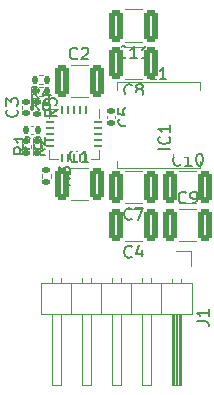
<source format=gto>
%TF.GenerationSoftware,KiCad,Pcbnew,7.0.1*%
%TF.CreationDate,2023-05-11T16:23:10+02:00*%
%TF.ProjectId,Generic_Buck_Converter,47656e65-7269-4635-9f42-75636b5f436f,rev?*%
%TF.SameCoordinates,Original*%
%TF.FileFunction,Legend,Top*%
%TF.FilePolarity,Positive*%
%FSLAX46Y46*%
G04 Gerber Fmt 4.6, Leading zero omitted, Abs format (unit mm)*
G04 Created by KiCad (PCBNEW 7.0.1) date 2023-05-11 16:23:10*
%MOMM*%
%LPD*%
G01*
G04 APERTURE LIST*
G04 Aperture macros list*
%AMRoundRect*
0 Rectangle with rounded corners*
0 $1 Rounding radius*
0 $2 $3 $4 $5 $6 $7 $8 $9 X,Y pos of 4 corners*
0 Add a 4 corners polygon primitive as box body*
4,1,4,$2,$3,$4,$5,$6,$7,$8,$9,$2,$3,0*
0 Add four circle primitives for the rounded corners*
1,1,$1+$1,$2,$3*
1,1,$1+$1,$4,$5*
1,1,$1+$1,$6,$7*
1,1,$1+$1,$8,$9*
0 Add four rect primitives between the rounded corners*
20,1,$1+$1,$2,$3,$4,$5,0*
20,1,$1+$1,$4,$5,$6,$7,0*
20,1,$1+$1,$6,$7,$8,$9,0*
20,1,$1+$1,$8,$9,$2,$3,0*%
G04 Aperture macros list end*
%ADD10C,0.150000*%
%ADD11C,0.120000*%
%ADD12RoundRect,0.135000X0.135000X0.185000X-0.135000X0.185000X-0.135000X-0.185000X0.135000X-0.185000X0*%
%ADD13RoundRect,0.250000X-0.325000X-1.100000X0.325000X-1.100000X0.325000X1.100000X-0.325000X1.100000X0*%
%ADD14RoundRect,0.250000X0.325000X1.100000X-0.325000X1.100000X-0.325000X-1.100000X0.325000X-1.100000X0*%
%ADD15R,1.430000X5.500000*%
%ADD16RoundRect,0.135000X-0.185000X0.135000X-0.185000X-0.135000X0.185000X-0.135000X0.185000X0.135000X0*%
%ADD17RoundRect,0.140000X0.170000X-0.140000X0.170000X0.140000X-0.170000X0.140000X-0.170000X-0.140000X0*%
%ADD18RoundRect,0.135000X0.185000X-0.135000X0.185000X0.135000X-0.185000X0.135000X-0.185000X-0.135000X0*%
%ADD19RoundRect,0.140000X-0.170000X0.140000X-0.170000X-0.140000X0.170000X-0.140000X0.170000X0.140000X0*%
%ADD20RoundRect,0.140000X0.140000X0.170000X-0.140000X0.170000X-0.140000X-0.170000X0.140000X-0.170000X0*%
%ADD21RoundRect,0.062500X-0.062500X0.300000X-0.062500X-0.300000X0.062500X-0.300000X0.062500X0.300000X0*%
%ADD22RoundRect,0.062500X-0.300000X0.062500X-0.300000X-0.062500X0.300000X-0.062500X0.300000X0.062500X0*%
%ADD23R,2.900000X2.900000*%
%ADD24R,1.700000X1.700000*%
%ADD25O,1.700000X1.700000*%
G04 APERTURE END LIST*
D10*
X102323333Y-108932619D02*
X101990000Y-108456428D01*
X101751905Y-108932619D02*
X101751905Y-107932619D01*
X101751905Y-107932619D02*
X102132857Y-107932619D01*
X102132857Y-107932619D02*
X102228095Y-107980238D01*
X102228095Y-107980238D02*
X102275714Y-108027857D01*
X102275714Y-108027857D02*
X102323333Y-108123095D01*
X102323333Y-108123095D02*
X102323333Y-108265952D01*
X102323333Y-108265952D02*
X102275714Y-108361190D01*
X102275714Y-108361190D02*
X102228095Y-108408809D01*
X102228095Y-108408809D02*
X102132857Y-108456428D01*
X102132857Y-108456428D02*
X101751905Y-108456428D01*
X103180476Y-108265952D02*
X103180476Y-108932619D01*
X102942381Y-107885000D02*
X102704286Y-108599285D01*
X102704286Y-108599285D02*
X103323333Y-108599285D01*
X114783333Y-117667380D02*
X114735714Y-117715000D01*
X114735714Y-117715000D02*
X114592857Y-117762619D01*
X114592857Y-117762619D02*
X114497619Y-117762619D01*
X114497619Y-117762619D02*
X114354762Y-117715000D01*
X114354762Y-117715000D02*
X114259524Y-117619761D01*
X114259524Y-117619761D02*
X114211905Y-117524523D01*
X114211905Y-117524523D02*
X114164286Y-117334047D01*
X114164286Y-117334047D02*
X114164286Y-117191190D01*
X114164286Y-117191190D02*
X114211905Y-117000714D01*
X114211905Y-117000714D02*
X114259524Y-116905476D01*
X114259524Y-116905476D02*
X114354762Y-116810238D01*
X114354762Y-116810238D02*
X114497619Y-116762619D01*
X114497619Y-116762619D02*
X114592857Y-116762619D01*
X114592857Y-116762619D02*
X114735714Y-116810238D01*
X114735714Y-116810238D02*
X114783333Y-116857857D01*
X115259524Y-117762619D02*
X115450000Y-117762619D01*
X115450000Y-117762619D02*
X115545238Y-117715000D01*
X115545238Y-117715000D02*
X115592857Y-117667380D01*
X115592857Y-117667380D02*
X115688095Y-117524523D01*
X115688095Y-117524523D02*
X115735714Y-117334047D01*
X115735714Y-117334047D02*
X115735714Y-116953095D01*
X115735714Y-116953095D02*
X115688095Y-116857857D01*
X115688095Y-116857857D02*
X115640476Y-116810238D01*
X115640476Y-116810238D02*
X115545238Y-116762619D01*
X115545238Y-116762619D02*
X115354762Y-116762619D01*
X115354762Y-116762619D02*
X115259524Y-116810238D01*
X115259524Y-116810238D02*
X115211905Y-116857857D01*
X115211905Y-116857857D02*
X115164286Y-116953095D01*
X115164286Y-116953095D02*
X115164286Y-117191190D01*
X115164286Y-117191190D02*
X115211905Y-117286428D01*
X115211905Y-117286428D02*
X115259524Y-117334047D01*
X115259524Y-117334047D02*
X115354762Y-117381666D01*
X115354762Y-117381666D02*
X115545238Y-117381666D01*
X115545238Y-117381666D02*
X115640476Y-117334047D01*
X115640476Y-117334047D02*
X115688095Y-117286428D01*
X115688095Y-117286428D02*
X115735714Y-117191190D01*
X110183333Y-122267380D02*
X110135714Y-122315000D01*
X110135714Y-122315000D02*
X109992857Y-122362619D01*
X109992857Y-122362619D02*
X109897619Y-122362619D01*
X109897619Y-122362619D02*
X109754762Y-122315000D01*
X109754762Y-122315000D02*
X109659524Y-122219761D01*
X109659524Y-122219761D02*
X109611905Y-122124523D01*
X109611905Y-122124523D02*
X109564286Y-121934047D01*
X109564286Y-121934047D02*
X109564286Y-121791190D01*
X109564286Y-121791190D02*
X109611905Y-121600714D01*
X109611905Y-121600714D02*
X109659524Y-121505476D01*
X109659524Y-121505476D02*
X109754762Y-121410238D01*
X109754762Y-121410238D02*
X109897619Y-121362619D01*
X109897619Y-121362619D02*
X109992857Y-121362619D01*
X109992857Y-121362619D02*
X110135714Y-121410238D01*
X110135714Y-121410238D02*
X110183333Y-121457857D01*
X111040476Y-121695952D02*
X111040476Y-122362619D01*
X110802381Y-121315000D02*
X110564286Y-122029285D01*
X110564286Y-122029285D02*
X111183333Y-122029285D01*
X102323333Y-109882619D02*
X101990000Y-109406428D01*
X101751905Y-109882619D02*
X101751905Y-108882619D01*
X101751905Y-108882619D02*
X102132857Y-108882619D01*
X102132857Y-108882619D02*
X102228095Y-108930238D01*
X102228095Y-108930238D02*
X102275714Y-108977857D01*
X102275714Y-108977857D02*
X102323333Y-109073095D01*
X102323333Y-109073095D02*
X102323333Y-109215952D01*
X102323333Y-109215952D02*
X102275714Y-109311190D01*
X102275714Y-109311190D02*
X102228095Y-109358809D01*
X102228095Y-109358809D02*
X102132857Y-109406428D01*
X102132857Y-109406428D02*
X101751905Y-109406428D01*
X103180476Y-108882619D02*
X102990000Y-108882619D01*
X102990000Y-108882619D02*
X102894762Y-108930238D01*
X102894762Y-108930238D02*
X102847143Y-108977857D01*
X102847143Y-108977857D02*
X102751905Y-109120714D01*
X102751905Y-109120714D02*
X102704286Y-109311190D01*
X102704286Y-109311190D02*
X102704286Y-109692142D01*
X102704286Y-109692142D02*
X102751905Y-109787380D01*
X102751905Y-109787380D02*
X102799524Y-109835000D01*
X102799524Y-109835000D02*
X102894762Y-109882619D01*
X102894762Y-109882619D02*
X103085238Y-109882619D01*
X103085238Y-109882619D02*
X103180476Y-109835000D01*
X103180476Y-109835000D02*
X103228095Y-109787380D01*
X103228095Y-109787380D02*
X103275714Y-109692142D01*
X103275714Y-109692142D02*
X103275714Y-109454047D01*
X103275714Y-109454047D02*
X103228095Y-109358809D01*
X103228095Y-109358809D02*
X103180476Y-109311190D01*
X103180476Y-109311190D02*
X103085238Y-109263571D01*
X103085238Y-109263571D02*
X102894762Y-109263571D01*
X102894762Y-109263571D02*
X102799524Y-109311190D01*
X102799524Y-109311190D02*
X102751905Y-109358809D01*
X102751905Y-109358809D02*
X102704286Y-109454047D01*
X110183333Y-108567380D02*
X110135714Y-108615000D01*
X110135714Y-108615000D02*
X109992857Y-108662619D01*
X109992857Y-108662619D02*
X109897619Y-108662619D01*
X109897619Y-108662619D02*
X109754762Y-108615000D01*
X109754762Y-108615000D02*
X109659524Y-108519761D01*
X109659524Y-108519761D02*
X109611905Y-108424523D01*
X109611905Y-108424523D02*
X109564286Y-108234047D01*
X109564286Y-108234047D02*
X109564286Y-108091190D01*
X109564286Y-108091190D02*
X109611905Y-107900714D01*
X109611905Y-107900714D02*
X109659524Y-107805476D01*
X109659524Y-107805476D02*
X109754762Y-107710238D01*
X109754762Y-107710238D02*
X109897619Y-107662619D01*
X109897619Y-107662619D02*
X109992857Y-107662619D01*
X109992857Y-107662619D02*
X110135714Y-107710238D01*
X110135714Y-107710238D02*
X110183333Y-107757857D01*
X110754762Y-108091190D02*
X110659524Y-108043571D01*
X110659524Y-108043571D02*
X110611905Y-107995952D01*
X110611905Y-107995952D02*
X110564286Y-107900714D01*
X110564286Y-107900714D02*
X110564286Y-107853095D01*
X110564286Y-107853095D02*
X110611905Y-107757857D01*
X110611905Y-107757857D02*
X110659524Y-107710238D01*
X110659524Y-107710238D02*
X110754762Y-107662619D01*
X110754762Y-107662619D02*
X110945238Y-107662619D01*
X110945238Y-107662619D02*
X111040476Y-107710238D01*
X111040476Y-107710238D02*
X111088095Y-107757857D01*
X111088095Y-107757857D02*
X111135714Y-107853095D01*
X111135714Y-107853095D02*
X111135714Y-107900714D01*
X111135714Y-107900714D02*
X111088095Y-107995952D01*
X111088095Y-107995952D02*
X111040476Y-108043571D01*
X111040476Y-108043571D02*
X110945238Y-108091190D01*
X110945238Y-108091190D02*
X110754762Y-108091190D01*
X110754762Y-108091190D02*
X110659524Y-108138809D01*
X110659524Y-108138809D02*
X110611905Y-108186428D01*
X110611905Y-108186428D02*
X110564286Y-108281666D01*
X110564286Y-108281666D02*
X110564286Y-108472142D01*
X110564286Y-108472142D02*
X110611905Y-108567380D01*
X110611905Y-108567380D02*
X110659524Y-108615000D01*
X110659524Y-108615000D02*
X110754762Y-108662619D01*
X110754762Y-108662619D02*
X110945238Y-108662619D01*
X110945238Y-108662619D02*
X111040476Y-108615000D01*
X111040476Y-108615000D02*
X111088095Y-108567380D01*
X111088095Y-108567380D02*
X111135714Y-108472142D01*
X111135714Y-108472142D02*
X111135714Y-108281666D01*
X111135714Y-108281666D02*
X111088095Y-108186428D01*
X111088095Y-108186428D02*
X111040476Y-108138809D01*
X111040476Y-108138809D02*
X110945238Y-108091190D01*
X112283333Y-107232619D02*
X111807143Y-107232619D01*
X111807143Y-107232619D02*
X111807143Y-106232619D01*
X113140476Y-107232619D02*
X112569048Y-107232619D01*
X112854762Y-107232619D02*
X112854762Y-106232619D01*
X112854762Y-106232619D02*
X112759524Y-106375476D01*
X112759524Y-106375476D02*
X112664286Y-106470714D01*
X112664286Y-106470714D02*
X112569048Y-106518333D01*
X103832619Y-109816666D02*
X103356428Y-110149999D01*
X103832619Y-110388094D02*
X102832619Y-110388094D01*
X102832619Y-110388094D02*
X102832619Y-110007142D01*
X102832619Y-110007142D02*
X102880238Y-109911904D01*
X102880238Y-109911904D02*
X102927857Y-109864285D01*
X102927857Y-109864285D02*
X103023095Y-109816666D01*
X103023095Y-109816666D02*
X103165952Y-109816666D01*
X103165952Y-109816666D02*
X103261190Y-109864285D01*
X103261190Y-109864285D02*
X103308809Y-109911904D01*
X103308809Y-109911904D02*
X103356428Y-110007142D01*
X103356428Y-110007142D02*
X103356428Y-110388094D01*
X102832619Y-108911904D02*
X102832619Y-109388094D01*
X102832619Y-109388094D02*
X103308809Y-109435713D01*
X103308809Y-109435713D02*
X103261190Y-109388094D01*
X103261190Y-109388094D02*
X103213571Y-109292856D01*
X103213571Y-109292856D02*
X103213571Y-109054761D01*
X103213571Y-109054761D02*
X103261190Y-108959523D01*
X103261190Y-108959523D02*
X103308809Y-108911904D01*
X103308809Y-108911904D02*
X103404047Y-108864285D01*
X103404047Y-108864285D02*
X103642142Y-108864285D01*
X103642142Y-108864285D02*
X103737380Y-108911904D01*
X103737380Y-108911904D02*
X103785000Y-108959523D01*
X103785000Y-108959523D02*
X103832619Y-109054761D01*
X103832619Y-109054761D02*
X103832619Y-109292856D01*
X103832619Y-109292856D02*
X103785000Y-109388094D01*
X103785000Y-109388094D02*
X103737380Y-109435713D01*
X114307142Y-114467380D02*
X114259523Y-114515000D01*
X114259523Y-114515000D02*
X114116666Y-114562619D01*
X114116666Y-114562619D02*
X114021428Y-114562619D01*
X114021428Y-114562619D02*
X113878571Y-114515000D01*
X113878571Y-114515000D02*
X113783333Y-114419761D01*
X113783333Y-114419761D02*
X113735714Y-114324523D01*
X113735714Y-114324523D02*
X113688095Y-114134047D01*
X113688095Y-114134047D02*
X113688095Y-113991190D01*
X113688095Y-113991190D02*
X113735714Y-113800714D01*
X113735714Y-113800714D02*
X113783333Y-113705476D01*
X113783333Y-113705476D02*
X113878571Y-113610238D01*
X113878571Y-113610238D02*
X114021428Y-113562619D01*
X114021428Y-113562619D02*
X114116666Y-113562619D01*
X114116666Y-113562619D02*
X114259523Y-113610238D01*
X114259523Y-113610238D02*
X114307142Y-113657857D01*
X115259523Y-114562619D02*
X114688095Y-114562619D01*
X114973809Y-114562619D02*
X114973809Y-113562619D01*
X114973809Y-113562619D02*
X114878571Y-113705476D01*
X114878571Y-113705476D02*
X114783333Y-113800714D01*
X114783333Y-113800714D02*
X114688095Y-113848333D01*
X115878571Y-113562619D02*
X115973809Y-113562619D01*
X115973809Y-113562619D02*
X116069047Y-113610238D01*
X116069047Y-113610238D02*
X116116666Y-113657857D01*
X116116666Y-113657857D02*
X116164285Y-113753095D01*
X116164285Y-113753095D02*
X116211904Y-113943571D01*
X116211904Y-113943571D02*
X116211904Y-114181666D01*
X116211904Y-114181666D02*
X116164285Y-114372142D01*
X116164285Y-114372142D02*
X116116666Y-114467380D01*
X116116666Y-114467380D02*
X116069047Y-114515000D01*
X116069047Y-114515000D02*
X115973809Y-114562619D01*
X115973809Y-114562619D02*
X115878571Y-114562619D01*
X115878571Y-114562619D02*
X115783333Y-114515000D01*
X115783333Y-114515000D02*
X115735714Y-114467380D01*
X115735714Y-114467380D02*
X115688095Y-114372142D01*
X115688095Y-114372142D02*
X115640476Y-114181666D01*
X115640476Y-114181666D02*
X115640476Y-113943571D01*
X115640476Y-113943571D02*
X115688095Y-113753095D01*
X115688095Y-113753095D02*
X115735714Y-113657857D01*
X115735714Y-113657857D02*
X115783333Y-113610238D01*
X115783333Y-113610238D02*
X115878571Y-113562619D01*
X105583333Y-114167380D02*
X105535714Y-114215000D01*
X105535714Y-114215000D02*
X105392857Y-114262619D01*
X105392857Y-114262619D02*
X105297619Y-114262619D01*
X105297619Y-114262619D02*
X105154762Y-114215000D01*
X105154762Y-114215000D02*
X105059524Y-114119761D01*
X105059524Y-114119761D02*
X105011905Y-114024523D01*
X105011905Y-114024523D02*
X104964286Y-113834047D01*
X104964286Y-113834047D02*
X104964286Y-113691190D01*
X104964286Y-113691190D02*
X105011905Y-113500714D01*
X105011905Y-113500714D02*
X105059524Y-113405476D01*
X105059524Y-113405476D02*
X105154762Y-113310238D01*
X105154762Y-113310238D02*
X105297619Y-113262619D01*
X105297619Y-113262619D02*
X105392857Y-113262619D01*
X105392857Y-113262619D02*
X105535714Y-113310238D01*
X105535714Y-113310238D02*
X105583333Y-113357857D01*
X106535714Y-114262619D02*
X105964286Y-114262619D01*
X106250000Y-114262619D02*
X106250000Y-113262619D01*
X106250000Y-113262619D02*
X106154762Y-113405476D01*
X106154762Y-113405476D02*
X106059524Y-113500714D01*
X106059524Y-113500714D02*
X105964286Y-113548333D01*
X100457380Y-109816666D02*
X100505000Y-109864285D01*
X100505000Y-109864285D02*
X100552619Y-110007142D01*
X100552619Y-110007142D02*
X100552619Y-110102380D01*
X100552619Y-110102380D02*
X100505000Y-110245237D01*
X100505000Y-110245237D02*
X100409761Y-110340475D01*
X100409761Y-110340475D02*
X100314523Y-110388094D01*
X100314523Y-110388094D02*
X100124047Y-110435713D01*
X100124047Y-110435713D02*
X99981190Y-110435713D01*
X99981190Y-110435713D02*
X99790714Y-110388094D01*
X99790714Y-110388094D02*
X99695476Y-110340475D01*
X99695476Y-110340475D02*
X99600238Y-110245237D01*
X99600238Y-110245237D02*
X99552619Y-110102380D01*
X99552619Y-110102380D02*
X99552619Y-110007142D01*
X99552619Y-110007142D02*
X99600238Y-109864285D01*
X99600238Y-109864285D02*
X99647857Y-109816666D01*
X99552619Y-109483332D02*
X99552619Y-108864285D01*
X99552619Y-108864285D02*
X99933571Y-109197618D01*
X99933571Y-109197618D02*
X99933571Y-109054761D01*
X99933571Y-109054761D02*
X99981190Y-108959523D01*
X99981190Y-108959523D02*
X100028809Y-108911904D01*
X100028809Y-108911904D02*
X100124047Y-108864285D01*
X100124047Y-108864285D02*
X100362142Y-108864285D01*
X100362142Y-108864285D02*
X100457380Y-108911904D01*
X100457380Y-108911904D02*
X100505000Y-108959523D01*
X100505000Y-108959523D02*
X100552619Y-109054761D01*
X100552619Y-109054761D02*
X100552619Y-109340475D01*
X100552619Y-109340475D02*
X100505000Y-109435713D01*
X100505000Y-109435713D02*
X100457380Y-109483332D01*
X105583333Y-105467380D02*
X105535714Y-105515000D01*
X105535714Y-105515000D02*
X105392857Y-105562619D01*
X105392857Y-105562619D02*
X105297619Y-105562619D01*
X105297619Y-105562619D02*
X105154762Y-105515000D01*
X105154762Y-105515000D02*
X105059524Y-105419761D01*
X105059524Y-105419761D02*
X105011905Y-105324523D01*
X105011905Y-105324523D02*
X104964286Y-105134047D01*
X104964286Y-105134047D02*
X104964286Y-104991190D01*
X104964286Y-104991190D02*
X105011905Y-104800714D01*
X105011905Y-104800714D02*
X105059524Y-104705476D01*
X105059524Y-104705476D02*
X105154762Y-104610238D01*
X105154762Y-104610238D02*
X105297619Y-104562619D01*
X105297619Y-104562619D02*
X105392857Y-104562619D01*
X105392857Y-104562619D02*
X105535714Y-104610238D01*
X105535714Y-104610238D02*
X105583333Y-104657857D01*
X105964286Y-104657857D02*
X106011905Y-104610238D01*
X106011905Y-104610238D02*
X106107143Y-104562619D01*
X106107143Y-104562619D02*
X106345238Y-104562619D01*
X106345238Y-104562619D02*
X106440476Y-104610238D01*
X106440476Y-104610238D02*
X106488095Y-104657857D01*
X106488095Y-104657857D02*
X106535714Y-104753095D01*
X106535714Y-104753095D02*
X106535714Y-104848333D01*
X106535714Y-104848333D02*
X106488095Y-104991190D01*
X106488095Y-104991190D02*
X105916667Y-105562619D01*
X105916667Y-105562619D02*
X106535714Y-105562619D01*
X101242619Y-113006666D02*
X100766428Y-113339999D01*
X101242619Y-113578094D02*
X100242619Y-113578094D01*
X100242619Y-113578094D02*
X100242619Y-113197142D01*
X100242619Y-113197142D02*
X100290238Y-113101904D01*
X100290238Y-113101904D02*
X100337857Y-113054285D01*
X100337857Y-113054285D02*
X100433095Y-113006666D01*
X100433095Y-113006666D02*
X100575952Y-113006666D01*
X100575952Y-113006666D02*
X100671190Y-113054285D01*
X100671190Y-113054285D02*
X100718809Y-113101904D01*
X100718809Y-113101904D02*
X100766428Y-113197142D01*
X100766428Y-113197142D02*
X100766428Y-113578094D01*
X101242619Y-112054285D02*
X101242619Y-112625713D01*
X101242619Y-112339999D02*
X100242619Y-112339999D01*
X100242619Y-112339999D02*
X100385476Y-112435237D01*
X100385476Y-112435237D02*
X100480714Y-112530475D01*
X100480714Y-112530475D02*
X100528333Y-112625713D01*
X109977380Y-110616666D02*
X110025000Y-110664285D01*
X110025000Y-110664285D02*
X110072619Y-110807142D01*
X110072619Y-110807142D02*
X110072619Y-110902380D01*
X110072619Y-110902380D02*
X110025000Y-111045237D01*
X110025000Y-111045237D02*
X109929761Y-111140475D01*
X109929761Y-111140475D02*
X109834523Y-111188094D01*
X109834523Y-111188094D02*
X109644047Y-111235713D01*
X109644047Y-111235713D02*
X109501190Y-111235713D01*
X109501190Y-111235713D02*
X109310714Y-111188094D01*
X109310714Y-111188094D02*
X109215476Y-111140475D01*
X109215476Y-111140475D02*
X109120238Y-111045237D01*
X109120238Y-111045237D02*
X109072619Y-110902380D01*
X109072619Y-110902380D02*
X109072619Y-110807142D01*
X109072619Y-110807142D02*
X109120238Y-110664285D01*
X109120238Y-110664285D02*
X109167857Y-110616666D01*
X109072619Y-109711904D02*
X109072619Y-110188094D01*
X109072619Y-110188094D02*
X109548809Y-110235713D01*
X109548809Y-110235713D02*
X109501190Y-110188094D01*
X109501190Y-110188094D02*
X109453571Y-110092856D01*
X109453571Y-110092856D02*
X109453571Y-109854761D01*
X109453571Y-109854761D02*
X109501190Y-109759523D01*
X109501190Y-109759523D02*
X109548809Y-109711904D01*
X109548809Y-109711904D02*
X109644047Y-109664285D01*
X109644047Y-109664285D02*
X109882142Y-109664285D01*
X109882142Y-109664285D02*
X109977380Y-109711904D01*
X109977380Y-109711904D02*
X110025000Y-109759523D01*
X110025000Y-109759523D02*
X110072619Y-109854761D01*
X110072619Y-109854761D02*
X110072619Y-110092856D01*
X110072619Y-110092856D02*
X110025000Y-110188094D01*
X110025000Y-110188094D02*
X109977380Y-110235713D01*
X101583333Y-113077380D02*
X101535714Y-113125000D01*
X101535714Y-113125000D02*
X101392857Y-113172619D01*
X101392857Y-113172619D02*
X101297619Y-113172619D01*
X101297619Y-113172619D02*
X101154762Y-113125000D01*
X101154762Y-113125000D02*
X101059524Y-113029761D01*
X101059524Y-113029761D02*
X101011905Y-112934523D01*
X101011905Y-112934523D02*
X100964286Y-112744047D01*
X100964286Y-112744047D02*
X100964286Y-112601190D01*
X100964286Y-112601190D02*
X101011905Y-112410714D01*
X101011905Y-112410714D02*
X101059524Y-112315476D01*
X101059524Y-112315476D02*
X101154762Y-112220238D01*
X101154762Y-112220238D02*
X101297619Y-112172619D01*
X101297619Y-112172619D02*
X101392857Y-112172619D01*
X101392857Y-112172619D02*
X101535714Y-112220238D01*
X101535714Y-112220238D02*
X101583333Y-112267857D01*
X102440476Y-112172619D02*
X102250000Y-112172619D01*
X102250000Y-112172619D02*
X102154762Y-112220238D01*
X102154762Y-112220238D02*
X102107143Y-112267857D01*
X102107143Y-112267857D02*
X102011905Y-112410714D01*
X102011905Y-112410714D02*
X101964286Y-112601190D01*
X101964286Y-112601190D02*
X101964286Y-112982142D01*
X101964286Y-112982142D02*
X102011905Y-113077380D01*
X102011905Y-113077380D02*
X102059524Y-113125000D01*
X102059524Y-113125000D02*
X102154762Y-113172619D01*
X102154762Y-113172619D02*
X102345238Y-113172619D01*
X102345238Y-113172619D02*
X102440476Y-113125000D01*
X102440476Y-113125000D02*
X102488095Y-113077380D01*
X102488095Y-113077380D02*
X102535714Y-112982142D01*
X102535714Y-112982142D02*
X102535714Y-112744047D01*
X102535714Y-112744047D02*
X102488095Y-112648809D01*
X102488095Y-112648809D02*
X102440476Y-112601190D01*
X102440476Y-112601190D02*
X102345238Y-112553571D01*
X102345238Y-112553571D02*
X102154762Y-112553571D01*
X102154762Y-112553571D02*
X102059524Y-112601190D01*
X102059524Y-112601190D02*
X102011905Y-112648809D01*
X102011905Y-112648809D02*
X101964286Y-112744047D01*
X110183333Y-119067380D02*
X110135714Y-119115000D01*
X110135714Y-119115000D02*
X109992857Y-119162619D01*
X109992857Y-119162619D02*
X109897619Y-119162619D01*
X109897619Y-119162619D02*
X109754762Y-119115000D01*
X109754762Y-119115000D02*
X109659524Y-119019761D01*
X109659524Y-119019761D02*
X109611905Y-118924523D01*
X109611905Y-118924523D02*
X109564286Y-118734047D01*
X109564286Y-118734047D02*
X109564286Y-118591190D01*
X109564286Y-118591190D02*
X109611905Y-118400714D01*
X109611905Y-118400714D02*
X109659524Y-118305476D01*
X109659524Y-118305476D02*
X109754762Y-118210238D01*
X109754762Y-118210238D02*
X109897619Y-118162619D01*
X109897619Y-118162619D02*
X109992857Y-118162619D01*
X109992857Y-118162619D02*
X110135714Y-118210238D01*
X110135714Y-118210238D02*
X110183333Y-118257857D01*
X110516667Y-118162619D02*
X111183333Y-118162619D01*
X111183333Y-118162619D02*
X110754762Y-119162619D01*
X105012619Y-115626666D02*
X104536428Y-115959999D01*
X105012619Y-116198094D02*
X104012619Y-116198094D01*
X104012619Y-116198094D02*
X104012619Y-115817142D01*
X104012619Y-115817142D02*
X104060238Y-115721904D01*
X104060238Y-115721904D02*
X104107857Y-115674285D01*
X104107857Y-115674285D02*
X104203095Y-115626666D01*
X104203095Y-115626666D02*
X104345952Y-115626666D01*
X104345952Y-115626666D02*
X104441190Y-115674285D01*
X104441190Y-115674285D02*
X104488809Y-115721904D01*
X104488809Y-115721904D02*
X104536428Y-115817142D01*
X104536428Y-115817142D02*
X104536428Y-116198094D01*
X104012619Y-115293332D02*
X104012619Y-114674285D01*
X104012619Y-114674285D02*
X104393571Y-115007618D01*
X104393571Y-115007618D02*
X104393571Y-114864761D01*
X104393571Y-114864761D02*
X104441190Y-114769523D01*
X104441190Y-114769523D02*
X104488809Y-114721904D01*
X104488809Y-114721904D02*
X104584047Y-114674285D01*
X104584047Y-114674285D02*
X104822142Y-114674285D01*
X104822142Y-114674285D02*
X104917380Y-114721904D01*
X104917380Y-114721904D02*
X104965000Y-114769523D01*
X104965000Y-114769523D02*
X105012619Y-114864761D01*
X105012619Y-114864761D02*
X105012619Y-115150475D01*
X105012619Y-115150475D02*
X104965000Y-115245713D01*
X104965000Y-115245713D02*
X104917380Y-115293332D01*
X113457619Y-113163689D02*
X112457619Y-113163689D01*
X113362380Y-112116071D02*
X113410000Y-112163690D01*
X113410000Y-112163690D02*
X113457619Y-112306547D01*
X113457619Y-112306547D02*
X113457619Y-112401785D01*
X113457619Y-112401785D02*
X113410000Y-112544642D01*
X113410000Y-112544642D02*
X113314761Y-112639880D01*
X113314761Y-112639880D02*
X113219523Y-112687499D01*
X113219523Y-112687499D02*
X113029047Y-112735118D01*
X113029047Y-112735118D02*
X112886190Y-112735118D01*
X112886190Y-112735118D02*
X112695714Y-112687499D01*
X112695714Y-112687499D02*
X112600476Y-112639880D01*
X112600476Y-112639880D02*
X112505238Y-112544642D01*
X112505238Y-112544642D02*
X112457619Y-112401785D01*
X112457619Y-112401785D02*
X112457619Y-112306547D01*
X112457619Y-112306547D02*
X112505238Y-112163690D01*
X112505238Y-112163690D02*
X112552857Y-112116071D01*
X113457619Y-111163690D02*
X113457619Y-111735118D01*
X113457619Y-111449404D02*
X112457619Y-111449404D01*
X112457619Y-111449404D02*
X112600476Y-111544642D01*
X112600476Y-111544642D02*
X112695714Y-111639880D01*
X112695714Y-111639880D02*
X112743333Y-111735118D01*
X115707619Y-127743333D02*
X116421904Y-127743333D01*
X116421904Y-127743333D02*
X116564761Y-127790952D01*
X116564761Y-127790952D02*
X116660000Y-127886190D01*
X116660000Y-127886190D02*
X116707619Y-128029047D01*
X116707619Y-128029047D02*
X116707619Y-128124285D01*
X116707619Y-126743333D02*
X116707619Y-127314761D01*
X116707619Y-127029047D02*
X115707619Y-127029047D01*
X115707619Y-127029047D02*
X115850476Y-127124285D01*
X115850476Y-127124285D02*
X115945714Y-127219523D01*
X115945714Y-127219523D02*
X115993333Y-127314761D01*
X102882619Y-113116666D02*
X102406428Y-113449999D01*
X102882619Y-113688094D02*
X101882619Y-113688094D01*
X101882619Y-113688094D02*
X101882619Y-113307142D01*
X101882619Y-113307142D02*
X101930238Y-113211904D01*
X101930238Y-113211904D02*
X101977857Y-113164285D01*
X101977857Y-113164285D02*
X102073095Y-113116666D01*
X102073095Y-113116666D02*
X102215952Y-113116666D01*
X102215952Y-113116666D02*
X102311190Y-113164285D01*
X102311190Y-113164285D02*
X102358809Y-113211904D01*
X102358809Y-113211904D02*
X102406428Y-113307142D01*
X102406428Y-113307142D02*
X102406428Y-113688094D01*
X101977857Y-112735713D02*
X101930238Y-112688094D01*
X101930238Y-112688094D02*
X101882619Y-112592856D01*
X101882619Y-112592856D02*
X101882619Y-112354761D01*
X101882619Y-112354761D02*
X101930238Y-112259523D01*
X101930238Y-112259523D02*
X101977857Y-112211904D01*
X101977857Y-112211904D02*
X102073095Y-112164285D01*
X102073095Y-112164285D02*
X102168333Y-112164285D01*
X102168333Y-112164285D02*
X102311190Y-112211904D01*
X102311190Y-112211904D02*
X102882619Y-112783332D01*
X102882619Y-112783332D02*
X102882619Y-112164285D01*
X109707142Y-105367380D02*
X109659523Y-105415000D01*
X109659523Y-105415000D02*
X109516666Y-105462619D01*
X109516666Y-105462619D02*
X109421428Y-105462619D01*
X109421428Y-105462619D02*
X109278571Y-105415000D01*
X109278571Y-105415000D02*
X109183333Y-105319761D01*
X109183333Y-105319761D02*
X109135714Y-105224523D01*
X109135714Y-105224523D02*
X109088095Y-105034047D01*
X109088095Y-105034047D02*
X109088095Y-104891190D01*
X109088095Y-104891190D02*
X109135714Y-104700714D01*
X109135714Y-104700714D02*
X109183333Y-104605476D01*
X109183333Y-104605476D02*
X109278571Y-104510238D01*
X109278571Y-104510238D02*
X109421428Y-104462619D01*
X109421428Y-104462619D02*
X109516666Y-104462619D01*
X109516666Y-104462619D02*
X109659523Y-104510238D01*
X109659523Y-104510238D02*
X109707142Y-104557857D01*
X110659523Y-105462619D02*
X110088095Y-105462619D01*
X110373809Y-105462619D02*
X110373809Y-104462619D01*
X110373809Y-104462619D02*
X110278571Y-104605476D01*
X110278571Y-104605476D02*
X110183333Y-104700714D01*
X110183333Y-104700714D02*
X110088095Y-104748333D01*
X111611904Y-105462619D02*
X111040476Y-105462619D01*
X111326190Y-105462619D02*
X111326190Y-104462619D01*
X111326190Y-104462619D02*
X111230952Y-104605476D01*
X111230952Y-104605476D02*
X111135714Y-104700714D01*
X111135714Y-104700714D02*
X111040476Y-104748333D01*
D11*
X102643641Y-107680000D02*
X102336359Y-107680000D01*
X102643641Y-106920000D02*
X102336359Y-106920000D01*
X114238748Y-118240000D02*
X115661252Y-118240000D01*
X114238748Y-120960000D02*
X115661252Y-120960000D01*
X111061252Y-120960000D02*
X109638748Y-120960000D01*
X111061252Y-118240000D02*
X109638748Y-118240000D01*
X102643641Y-108630000D02*
X102336359Y-108630000D01*
X102643641Y-107870000D02*
X102336359Y-107870000D01*
X111061252Y-107260000D02*
X109638748Y-107260000D01*
X111061252Y-104540000D02*
X109638748Y-104540000D01*
X108910000Y-107510000D02*
X108910000Y-108140000D01*
X108910000Y-107510000D02*
X115990000Y-107510000D01*
X108910000Y-114790000D02*
X108910000Y-114160000D01*
X108910000Y-114790000D02*
X115990000Y-114790000D01*
X115990000Y-107510000D02*
X115990000Y-108140000D01*
X115990000Y-114790000D02*
X115990000Y-114160000D01*
X102580000Y-109496359D02*
X102580000Y-109803641D01*
X101820000Y-109496359D02*
X101820000Y-109803641D01*
X114238748Y-115040000D02*
X115661252Y-115040000D01*
X114238748Y-117760000D02*
X115661252Y-117760000D01*
X105038748Y-114740000D02*
X106461252Y-114740000D01*
X105038748Y-117460000D02*
X106461252Y-117460000D01*
X100890000Y-109757836D02*
X100890000Y-109542164D01*
X101610000Y-109757836D02*
X101610000Y-109542164D01*
X105038748Y-106040000D02*
X106461252Y-106040000D01*
X105038748Y-108760000D02*
X106461252Y-108760000D01*
X101820000Y-113103641D02*
X101820000Y-112796359D01*
X102580000Y-113103641D02*
X102580000Y-112796359D01*
X108810000Y-110342164D02*
X108810000Y-110557836D01*
X108090000Y-110342164D02*
X108090000Y-110557836D01*
X101857836Y-111910000D02*
X101642164Y-111910000D01*
X101857836Y-111190000D02*
X101642164Y-111190000D01*
X111061252Y-117760000D02*
X109638748Y-117760000D01*
X111061252Y-115040000D02*
X109638748Y-115040000D01*
X103330000Y-115296359D02*
X103330000Y-115603641D01*
X102570000Y-115296359D02*
X102570000Y-115603641D01*
X103215000Y-109765000D02*
X103940000Y-109765000D01*
X107435000Y-110490000D02*
X107435000Y-109765000D01*
X103215000Y-110490000D02*
X103215000Y-109765000D01*
X107435000Y-113260000D02*
X107435000Y-113985000D01*
X103215000Y-113260000D02*
X103215000Y-113985000D01*
X107435000Y-113985000D02*
X106710000Y-113985000D01*
X103215000Y-113985000D02*
X103940000Y-113985000D01*
X115245000Y-121755000D02*
X115245000Y-123025000D01*
X113975000Y-121755000D02*
X115245000Y-121755000D01*
X111815000Y-124067929D02*
X111815000Y-124465000D01*
X111055000Y-124067929D02*
X111055000Y-124465000D01*
X109275000Y-124067929D02*
X109275000Y-124465000D01*
X108515000Y-124067929D02*
X108515000Y-124465000D01*
X106735000Y-124067929D02*
X106735000Y-124465000D01*
X105975000Y-124067929D02*
X105975000Y-124465000D01*
X104195000Y-124067929D02*
X104195000Y-124465000D01*
X103435000Y-124067929D02*
X103435000Y-124465000D01*
X114355000Y-124135000D02*
X114355000Y-124465000D01*
X113595000Y-124135000D02*
X113595000Y-124465000D01*
X115305000Y-124465000D02*
X102485000Y-124465000D01*
X112705000Y-124465000D02*
X112705000Y-127125000D01*
X110165000Y-124465000D02*
X110165000Y-127125000D01*
X107625000Y-124465000D02*
X107625000Y-127125000D01*
X105085000Y-124465000D02*
X105085000Y-127125000D01*
X102485000Y-124465000D02*
X102485000Y-127125000D01*
X115305000Y-127125000D02*
X115305000Y-124465000D01*
X114355000Y-127125000D02*
X114355000Y-133125000D01*
X114295000Y-127125000D02*
X114295000Y-133125000D01*
X114175000Y-127125000D02*
X114175000Y-133125000D01*
X114055000Y-127125000D02*
X114055000Y-133125000D01*
X113935000Y-127125000D02*
X113935000Y-133125000D01*
X113815000Y-127125000D02*
X113815000Y-133125000D01*
X113695000Y-127125000D02*
X113695000Y-133125000D01*
X111815000Y-127125000D02*
X111815000Y-133125000D01*
X109275000Y-127125000D02*
X109275000Y-133125000D01*
X106735000Y-127125000D02*
X106735000Y-133125000D01*
X104195000Y-127125000D02*
X104195000Y-133125000D01*
X102485000Y-127125000D02*
X115305000Y-127125000D01*
X114355000Y-133125000D02*
X113595000Y-133125000D01*
X113595000Y-133125000D02*
X113595000Y-127125000D01*
X111815000Y-133125000D02*
X111055000Y-133125000D01*
X111055000Y-133125000D02*
X111055000Y-127125000D01*
X109275000Y-133125000D02*
X108515000Y-133125000D01*
X108515000Y-133125000D02*
X108515000Y-127125000D01*
X106735000Y-133125000D02*
X105975000Y-133125000D01*
X105975000Y-133125000D02*
X105975000Y-127125000D01*
X104195000Y-133125000D02*
X103435000Y-133125000D01*
X103435000Y-133125000D02*
X103435000Y-127125000D01*
X101630000Y-112796359D02*
X101630000Y-113103641D01*
X100870000Y-112796359D02*
X100870000Y-113103641D01*
X111061252Y-104060000D02*
X109638748Y-104060000D01*
X111061252Y-101340000D02*
X109638748Y-101340000D01*
%LPC*%
D12*
X103000000Y-107300000D03*
X101980000Y-107300000D03*
D13*
X113475000Y-119600000D03*
X116425000Y-119600000D03*
D14*
X111825000Y-119600000D03*
X108875000Y-119600000D03*
D12*
X103000000Y-108250000D03*
X101980000Y-108250000D03*
D14*
X111825000Y-105900000D03*
X108875000Y-105900000D03*
D15*
X110430000Y-111150000D03*
X114470000Y-111150000D03*
D16*
X102200000Y-109140000D03*
X102200000Y-110160000D03*
D13*
X113475000Y-116400000D03*
X116425000Y-116400000D03*
X104275000Y-116100000D03*
X107225000Y-116100000D03*
D17*
X101250000Y-110130000D03*
X101250000Y-109170000D03*
D13*
X104275000Y-107400000D03*
X107225000Y-107400000D03*
D18*
X102200000Y-113460000D03*
X102200000Y-112440000D03*
D19*
X108450000Y-109970000D03*
X108450000Y-110930000D03*
D20*
X102230000Y-111550000D03*
X101270000Y-111550000D03*
D14*
X111825000Y-116400000D03*
X108875000Y-116400000D03*
D16*
X102950000Y-114940000D03*
X102950000Y-115960000D03*
D21*
X106325000Y-109862500D03*
X105825000Y-109862500D03*
X105325000Y-109862500D03*
X104825000Y-109862500D03*
X104325000Y-109862500D03*
D22*
X103312500Y-110875000D03*
X103312500Y-111375000D03*
X103312500Y-111875000D03*
X103312500Y-112375000D03*
X103312500Y-112875000D03*
D21*
X104325000Y-113887500D03*
X104825000Y-113887500D03*
X105325000Y-113887500D03*
X105825000Y-113887500D03*
X106325000Y-113887500D03*
D22*
X107337500Y-112875000D03*
X107337500Y-112375000D03*
X107337500Y-111875000D03*
X107337500Y-111375000D03*
X107337500Y-110875000D03*
D23*
X105325000Y-111875000D03*
D24*
X113975000Y-123025000D03*
D25*
X111435000Y-123025000D03*
X108895000Y-123025000D03*
X106355000Y-123025000D03*
X103815000Y-123025000D03*
D16*
X101250000Y-112440000D03*
X101250000Y-113460000D03*
D14*
X111825000Y-102700000D03*
X108875000Y-102700000D03*
M02*

</source>
